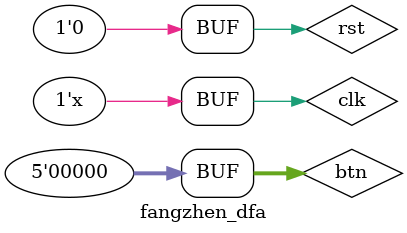
<source format=v>
`timescale 1ns / 1ps


module fangzhen_dfa(

    );
//    wire [15:0]floor;
//    wire [4:0]btn_off;
    reg clk=0,rst;
    wire [4:0]nfloor;
    
    reg [4:0] btn=0;
//    input clk, rst,
//    output [4:0] nfloor, 
    wire [3:0] shuma_enable;
    wire [6:0] seg;
    
    always #10 clk = ~clk;
    initial begin
        #10 rst = 1;
        #20 rst = 0;
        #45 btn = 5'b00100;
        #52 btn = 5'b00000;
        #55 btn = 5'b01000;
        #62 btn = 5'b00000;
    end
    main main1(
        .btn(btn),
        .seg(seg),
        .shuma_enable(shuma_enable),
        .clk(clk),
        .rst(rst),
        .nfloor(nfloor)
    );
endmodule

</source>
